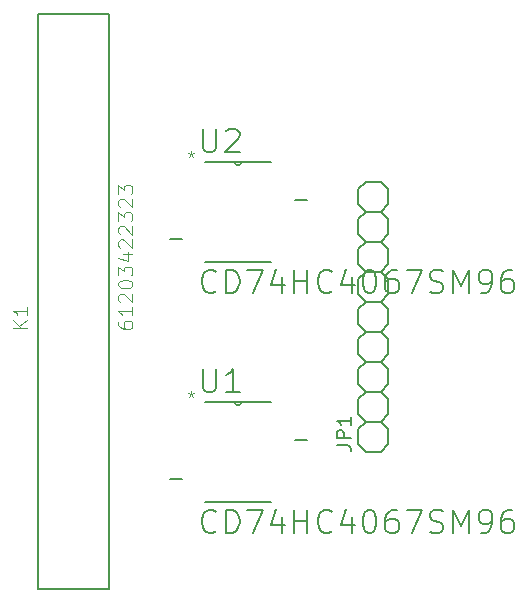
<source format=gbr>
G04 #@! TF.FileFunction,Legend,Top*
%FSLAX46Y46*%
G04 Gerber Fmt 4.6, Leading zero omitted, Abs format (unit mm)*
G04 Created by KiCad (PCBNEW 4.0.4-stable) date 02/13/17 08:57:21*
%MOMM*%
%LPD*%
G01*
G04 APERTURE LIST*
%ADD10C,0.100000*%
%ADD11C,0.152400*%
%ADD12C,0.127000*%
%ADD13C,0.101600*%
%ADD14C,0.208280*%
%ADD15C,0.076200*%
G04 APERTURE END LIST*
D10*
D11*
X157556100Y-102458600D02*
X157556100Y-101188600D01*
X157556100Y-101188600D02*
X158191100Y-100553600D01*
X158191100Y-100553600D02*
X159461100Y-100553600D01*
X159461100Y-100553600D02*
X160096100Y-101188600D01*
X158191100Y-100553600D02*
X157556100Y-99918600D01*
X157556100Y-99918600D02*
X157556100Y-98648600D01*
X157556100Y-98648600D02*
X158191100Y-98013600D01*
X158191100Y-98013600D02*
X159461100Y-98013600D01*
X159461100Y-98013600D02*
X160096100Y-98648600D01*
X160096100Y-98648600D02*
X160096100Y-99918600D01*
X160096100Y-99918600D02*
X159461100Y-100553600D01*
X158191100Y-105633600D02*
X157556100Y-104998600D01*
X157556100Y-104998600D02*
X157556100Y-103728600D01*
X157556100Y-103728600D02*
X158191100Y-103093600D01*
X158191100Y-103093600D02*
X159461100Y-103093600D01*
X159461100Y-103093600D02*
X160096100Y-103728600D01*
X160096100Y-103728600D02*
X160096100Y-104998600D01*
X160096100Y-104998600D02*
X159461100Y-105633600D01*
X157556100Y-102458600D02*
X158191100Y-103093600D01*
X159461100Y-103093600D02*
X160096100Y-102458600D01*
X160096100Y-101188600D02*
X160096100Y-102458600D01*
X157556100Y-110078600D02*
X157556100Y-108808600D01*
X157556100Y-108808600D02*
X158191100Y-108173600D01*
X158191100Y-108173600D02*
X159461100Y-108173600D01*
X159461100Y-108173600D02*
X160096100Y-108808600D01*
X158191100Y-108173600D02*
X157556100Y-107538600D01*
X157556100Y-107538600D02*
X157556100Y-106268600D01*
X157556100Y-106268600D02*
X158191100Y-105633600D01*
X158191100Y-105633600D02*
X159461100Y-105633600D01*
X159461100Y-105633600D02*
X160096100Y-106268600D01*
X160096100Y-106268600D02*
X160096100Y-107538600D01*
X160096100Y-107538600D02*
X159461100Y-108173600D01*
X158191100Y-113253600D02*
X157556100Y-112618600D01*
X157556100Y-112618600D02*
X157556100Y-111348600D01*
X157556100Y-111348600D02*
X158191100Y-110713600D01*
X158191100Y-110713600D02*
X159461100Y-110713600D01*
X159461100Y-110713600D02*
X160096100Y-111348600D01*
X160096100Y-111348600D02*
X160096100Y-112618600D01*
X160096100Y-112618600D02*
X159461100Y-113253600D01*
X157556100Y-110078600D02*
X158191100Y-110713600D01*
X159461100Y-110713600D02*
X160096100Y-110078600D01*
X160096100Y-108808600D02*
X160096100Y-110078600D01*
X157556100Y-117698600D02*
X157556100Y-116428600D01*
X157556100Y-116428600D02*
X158191100Y-115793600D01*
X158191100Y-115793600D02*
X159461100Y-115793600D01*
X159461100Y-115793600D02*
X160096100Y-116428600D01*
X158191100Y-115793600D02*
X157556100Y-115158600D01*
X157556100Y-115158600D02*
X157556100Y-113888600D01*
X157556100Y-113888600D02*
X158191100Y-113253600D01*
X158191100Y-113253600D02*
X159461100Y-113253600D01*
X159461100Y-113253600D02*
X160096100Y-113888600D01*
X160096100Y-113888600D02*
X160096100Y-115158600D01*
X160096100Y-115158600D02*
X159461100Y-115793600D01*
X158191100Y-118333600D02*
X159461100Y-118333600D01*
X157556100Y-117698600D02*
X158191100Y-118333600D01*
X159461100Y-118333600D02*
X160096100Y-117698600D01*
X160096100Y-116428600D02*
X160096100Y-117698600D01*
X157556100Y-97378600D02*
X157556100Y-96108600D01*
X157556100Y-96108600D02*
X158191100Y-95473600D01*
X158191100Y-95473600D02*
X159461100Y-95473600D01*
X159461100Y-95473600D02*
X160096100Y-96108600D01*
X157556100Y-97378600D02*
X158191100Y-98013600D01*
X159461100Y-98013600D02*
X160096100Y-97378600D01*
X160096100Y-96108600D02*
X160096100Y-97378600D01*
D12*
X130426100Y-129948600D02*
X130426100Y-81318600D01*
X130426100Y-81318600D02*
X136426100Y-81318600D01*
X136426100Y-81318600D02*
X136426100Y-129948600D01*
X136426100Y-129948600D02*
X130426100Y-129948600D01*
D11*
X152171300Y-117317600D02*
X153187300Y-117317600D01*
X141604900Y-120619600D02*
X142620900Y-120619600D01*
X144602100Y-122575400D02*
X150190100Y-122575400D01*
X150190100Y-114091800D02*
X147700900Y-114091800D01*
X147700900Y-114091800D02*
X147091300Y-114091800D01*
X147091300Y-114091800D02*
X144602100Y-114091800D01*
X147091300Y-114091800D02*
G75*
G03X147700900Y-114091800I304800J0D01*
G01*
X152171300Y-96997600D02*
X153187300Y-96997600D01*
X141604900Y-100299600D02*
X142620900Y-100299600D01*
X144602100Y-102255400D02*
X150190100Y-102255400D01*
X150190100Y-93771800D02*
X147700900Y-93771800D01*
X147700900Y-93771800D02*
X147091300Y-93771800D01*
X147091300Y-93771800D02*
X144602100Y-93771800D01*
X147091300Y-93771800D02*
G75*
G03X147700900Y-93771800I304800J0D01*
G01*
D12*
X155733348Y-117777824D02*
X156595133Y-117777824D01*
X156767490Y-117835276D01*
X156882395Y-117950181D01*
X156939848Y-118122538D01*
X156939848Y-118237443D01*
X156939848Y-117203300D02*
X155733348Y-117203300D01*
X155733348Y-116743681D01*
X155790800Y-116628776D01*
X155848252Y-116571324D01*
X155963157Y-116513872D01*
X156135514Y-116513872D01*
X156250419Y-116571324D01*
X156307871Y-116628776D01*
X156365324Y-116743681D01*
X156365324Y-117203300D01*
X156939848Y-115364824D02*
X156939848Y-116054252D01*
X156939848Y-115709538D02*
X155733348Y-115709538D01*
X155905705Y-115824443D01*
X156020610Y-115939348D01*
X156078062Y-116054252D01*
D13*
X129558648Y-107886338D02*
X128352148Y-107886338D01*
X129558648Y-107196910D02*
X128869219Y-107713981D01*
X128352148Y-107196910D02*
X129041576Y-107886338D01*
X129558648Y-106047862D02*
X129558648Y-106737290D01*
X129558648Y-106392576D02*
X128352148Y-106392576D01*
X128524505Y-106507481D01*
X128639410Y-106622386D01*
X128696862Y-106737290D01*
X137242148Y-107369267D02*
X137242148Y-107599076D01*
X137299600Y-107713981D01*
X137357052Y-107771433D01*
X137529410Y-107886338D01*
X137759219Y-107943790D01*
X138218838Y-107943790D01*
X138333743Y-107886338D01*
X138391195Y-107828886D01*
X138448648Y-107713981D01*
X138448648Y-107484171D01*
X138391195Y-107369267D01*
X138333743Y-107311814D01*
X138218838Y-107254362D01*
X137931576Y-107254362D01*
X137816671Y-107311814D01*
X137759219Y-107369267D01*
X137701767Y-107484171D01*
X137701767Y-107713981D01*
X137759219Y-107828886D01*
X137816671Y-107886338D01*
X137931576Y-107943790D01*
X138448648Y-106105314D02*
X138448648Y-106794742D01*
X138448648Y-106450028D02*
X137242148Y-106450028D01*
X137414505Y-106564933D01*
X137529410Y-106679838D01*
X137586862Y-106794742D01*
X137357052Y-105645694D02*
X137299600Y-105588242D01*
X137242148Y-105473337D01*
X137242148Y-105186075D01*
X137299600Y-105071171D01*
X137357052Y-105013718D01*
X137471957Y-104956266D01*
X137586862Y-104956266D01*
X137759219Y-105013718D01*
X138448648Y-105703147D01*
X138448648Y-104956266D01*
X137242148Y-104209385D02*
X137242148Y-104094480D01*
X137299600Y-103979575D01*
X137357052Y-103922123D01*
X137471957Y-103864670D01*
X137701767Y-103807218D01*
X137989029Y-103807218D01*
X138218838Y-103864670D01*
X138333743Y-103922123D01*
X138391195Y-103979575D01*
X138448648Y-104094480D01*
X138448648Y-104209385D01*
X138391195Y-104324289D01*
X138333743Y-104381742D01*
X138218838Y-104439194D01*
X137989029Y-104496646D01*
X137701767Y-104496646D01*
X137471957Y-104439194D01*
X137357052Y-104381742D01*
X137299600Y-104324289D01*
X137242148Y-104209385D01*
X137242148Y-103405051D02*
X137242148Y-102658170D01*
X137701767Y-103060337D01*
X137701767Y-102887979D01*
X137759219Y-102773075D01*
X137816671Y-102715622D01*
X137931576Y-102658170D01*
X138218838Y-102658170D01*
X138333743Y-102715622D01*
X138391195Y-102773075D01*
X138448648Y-102887979D01*
X138448648Y-103232694D01*
X138391195Y-103347598D01*
X138333743Y-103405051D01*
X137644314Y-101624027D02*
X138448648Y-101624027D01*
X137184695Y-101911289D02*
X138046481Y-102198550D01*
X138046481Y-101451670D01*
X137357052Y-101049502D02*
X137299600Y-100992050D01*
X137242148Y-100877145D01*
X137242148Y-100589883D01*
X137299600Y-100474979D01*
X137357052Y-100417526D01*
X137471957Y-100360074D01*
X137586862Y-100360074D01*
X137759219Y-100417526D01*
X138448648Y-101106955D01*
X138448648Y-100360074D01*
X137357052Y-99900454D02*
X137299600Y-99843002D01*
X137242148Y-99728097D01*
X137242148Y-99440835D01*
X137299600Y-99325931D01*
X137357052Y-99268478D01*
X137471957Y-99211026D01*
X137586862Y-99211026D01*
X137759219Y-99268478D01*
X138448648Y-99957907D01*
X138448648Y-99211026D01*
X137242148Y-98808859D02*
X137242148Y-98061978D01*
X137701767Y-98464145D01*
X137701767Y-98291787D01*
X137759219Y-98176883D01*
X137816671Y-98119430D01*
X137931576Y-98061978D01*
X138218838Y-98061978D01*
X138333743Y-98119430D01*
X138391195Y-98176883D01*
X138448648Y-98291787D01*
X138448648Y-98636502D01*
X138391195Y-98751406D01*
X138333743Y-98808859D01*
X137357052Y-97602358D02*
X137299600Y-97544906D01*
X137242148Y-97430001D01*
X137242148Y-97142739D01*
X137299600Y-97027835D01*
X137357052Y-96970382D01*
X137471957Y-96912930D01*
X137586862Y-96912930D01*
X137759219Y-96970382D01*
X138448648Y-97659811D01*
X138448648Y-96912930D01*
X137242148Y-96510763D02*
X137242148Y-95763882D01*
X137701767Y-96166049D01*
X137701767Y-95993691D01*
X137759219Y-95878787D01*
X137816671Y-95821334D01*
X137931576Y-95763882D01*
X138218838Y-95763882D01*
X138333743Y-95821334D01*
X138391195Y-95878787D01*
X138448648Y-95993691D01*
X138448648Y-96338406D01*
X138391195Y-96453310D01*
X138333743Y-96510763D01*
D14*
X144412810Y-111307718D02*
X144412810Y-112909490D01*
X144507031Y-113097934D01*
X144601253Y-113192156D01*
X144789697Y-113286378D01*
X145166585Y-113286378D01*
X145355029Y-113192156D01*
X145449250Y-113097934D01*
X145543472Y-112909490D01*
X145543472Y-111307718D01*
X147522132Y-113286378D02*
X146391470Y-113286378D01*
X146956801Y-113286378D02*
X146956801Y-111307718D01*
X146768357Y-111590384D01*
X146579913Y-111778828D01*
X146391470Y-111873050D01*
X145543472Y-125035934D02*
X145449250Y-125130156D01*
X145166585Y-125224378D01*
X144978141Y-125224378D01*
X144695475Y-125130156D01*
X144507031Y-124941712D01*
X144412810Y-124753269D01*
X144318588Y-124376381D01*
X144318588Y-124093715D01*
X144412810Y-123716828D01*
X144507031Y-123528384D01*
X144695475Y-123339940D01*
X144978141Y-123245718D01*
X145166585Y-123245718D01*
X145449250Y-123339940D01*
X145543472Y-123434162D01*
X146391470Y-125224378D02*
X146391470Y-123245718D01*
X146862579Y-123245718D01*
X147145245Y-123339940D01*
X147333689Y-123528384D01*
X147427910Y-123716828D01*
X147522132Y-124093715D01*
X147522132Y-124376381D01*
X147427910Y-124753269D01*
X147333689Y-124941712D01*
X147145245Y-125130156D01*
X146862579Y-125224378D01*
X146391470Y-125224378D01*
X148181686Y-123245718D02*
X149500792Y-123245718D01*
X148652795Y-125224378D01*
X151102565Y-123905271D02*
X151102565Y-125224378D01*
X150631455Y-123151496D02*
X150160346Y-124564825D01*
X151385230Y-124564825D01*
X152139006Y-125224378D02*
X152139006Y-123245718D01*
X152139006Y-124187937D02*
X153269668Y-124187937D01*
X153269668Y-125224378D02*
X153269668Y-123245718D01*
X155342550Y-125035934D02*
X155248328Y-125130156D01*
X154965663Y-125224378D01*
X154777219Y-125224378D01*
X154494553Y-125130156D01*
X154306109Y-124941712D01*
X154211888Y-124753269D01*
X154117666Y-124376381D01*
X154117666Y-124093715D01*
X154211888Y-123716828D01*
X154306109Y-123528384D01*
X154494553Y-123339940D01*
X154777219Y-123245718D01*
X154965663Y-123245718D01*
X155248328Y-123339940D01*
X155342550Y-123434162D01*
X157038545Y-123905271D02*
X157038545Y-125224378D01*
X156567435Y-123151496D02*
X156096326Y-124564825D01*
X157321210Y-124564825D01*
X158451873Y-123245718D02*
X158640317Y-123245718D01*
X158828761Y-123339940D01*
X158922983Y-123434162D01*
X159017205Y-123622606D01*
X159111426Y-123999493D01*
X159111426Y-124470603D01*
X159017205Y-124847490D01*
X158922983Y-125035934D01*
X158828761Y-125130156D01*
X158640317Y-125224378D01*
X158451873Y-125224378D01*
X158263429Y-125130156D01*
X158169207Y-125035934D01*
X158074986Y-124847490D01*
X157980764Y-124470603D01*
X157980764Y-123999493D01*
X158074986Y-123622606D01*
X158169207Y-123434162D01*
X158263429Y-123339940D01*
X158451873Y-123245718D01*
X160807421Y-123245718D02*
X160430533Y-123245718D01*
X160242089Y-123339940D01*
X160147867Y-123434162D01*
X159959424Y-123716828D01*
X159865202Y-124093715D01*
X159865202Y-124847490D01*
X159959424Y-125035934D01*
X160053645Y-125130156D01*
X160242089Y-125224378D01*
X160618977Y-125224378D01*
X160807421Y-125130156D01*
X160901643Y-125035934D01*
X160995864Y-124847490D01*
X160995864Y-124376381D01*
X160901643Y-124187937D01*
X160807421Y-124093715D01*
X160618977Y-123999493D01*
X160242089Y-123999493D01*
X160053645Y-124093715D01*
X159959424Y-124187937D01*
X159865202Y-124376381D01*
X161655418Y-123245718D02*
X162974524Y-123245718D01*
X162126527Y-125224378D01*
X163634078Y-125130156D02*
X163916743Y-125224378D01*
X164387853Y-125224378D01*
X164576297Y-125130156D01*
X164670519Y-125035934D01*
X164764740Y-124847490D01*
X164764740Y-124659047D01*
X164670519Y-124470603D01*
X164576297Y-124376381D01*
X164387853Y-124282159D01*
X164010965Y-124187937D01*
X163822521Y-124093715D01*
X163728300Y-123999493D01*
X163634078Y-123811050D01*
X163634078Y-123622606D01*
X163728300Y-123434162D01*
X163822521Y-123339940D01*
X164010965Y-123245718D01*
X164482075Y-123245718D01*
X164764740Y-123339940D01*
X165612738Y-125224378D02*
X165612738Y-123245718D01*
X166272291Y-124659047D01*
X166931844Y-123245718D01*
X166931844Y-125224378D01*
X167968285Y-125224378D02*
X168345173Y-125224378D01*
X168533617Y-125130156D01*
X168627839Y-125035934D01*
X168816283Y-124753269D01*
X168910504Y-124376381D01*
X168910504Y-123622606D01*
X168816283Y-123434162D01*
X168722061Y-123339940D01*
X168533617Y-123245718D01*
X168156729Y-123245718D01*
X167968285Y-123339940D01*
X167874064Y-123434162D01*
X167779842Y-123622606D01*
X167779842Y-124093715D01*
X167874064Y-124282159D01*
X167968285Y-124376381D01*
X168156729Y-124470603D01*
X168533617Y-124470603D01*
X168722061Y-124376381D01*
X168816283Y-124282159D01*
X168910504Y-124093715D01*
X170606499Y-123245718D02*
X170229611Y-123245718D01*
X170041167Y-123339940D01*
X169946945Y-123434162D01*
X169758502Y-123716828D01*
X169664280Y-124093715D01*
X169664280Y-124847490D01*
X169758502Y-125035934D01*
X169852723Y-125130156D01*
X170041167Y-125224378D01*
X170418055Y-125224378D01*
X170606499Y-125130156D01*
X170700721Y-125035934D01*
X170794942Y-124847490D01*
X170794942Y-124376381D01*
X170700721Y-124187937D01*
X170606499Y-124093715D01*
X170418055Y-123999493D01*
X170041167Y-123999493D01*
X169852723Y-124093715D01*
X169758502Y-124187937D01*
X169664280Y-124376381D01*
D15*
X143410719Y-113183448D02*
X143410719Y-113470710D01*
X143123457Y-113355805D02*
X143410719Y-113470710D01*
X143697981Y-113355805D01*
X143238362Y-113700519D02*
X143410719Y-113470710D01*
X143583076Y-113700519D01*
D14*
X144412810Y-90987718D02*
X144412810Y-92589490D01*
X144507031Y-92777934D01*
X144601253Y-92872156D01*
X144789697Y-92966378D01*
X145166585Y-92966378D01*
X145355029Y-92872156D01*
X145449250Y-92777934D01*
X145543472Y-92589490D01*
X145543472Y-90987718D01*
X146391470Y-91176162D02*
X146485692Y-91081940D01*
X146674135Y-90987718D01*
X147145245Y-90987718D01*
X147333689Y-91081940D01*
X147427911Y-91176162D01*
X147522132Y-91364606D01*
X147522132Y-91553050D01*
X147427911Y-91835715D01*
X146297248Y-92966378D01*
X147522132Y-92966378D01*
X145543472Y-104715934D02*
X145449250Y-104810156D01*
X145166585Y-104904378D01*
X144978141Y-104904378D01*
X144695475Y-104810156D01*
X144507031Y-104621712D01*
X144412810Y-104433269D01*
X144318588Y-104056381D01*
X144318588Y-103773715D01*
X144412810Y-103396828D01*
X144507031Y-103208384D01*
X144695475Y-103019940D01*
X144978141Y-102925718D01*
X145166585Y-102925718D01*
X145449250Y-103019940D01*
X145543472Y-103114162D01*
X146391470Y-104904378D02*
X146391470Y-102925718D01*
X146862579Y-102925718D01*
X147145245Y-103019940D01*
X147333689Y-103208384D01*
X147427910Y-103396828D01*
X147522132Y-103773715D01*
X147522132Y-104056381D01*
X147427910Y-104433269D01*
X147333689Y-104621712D01*
X147145245Y-104810156D01*
X146862579Y-104904378D01*
X146391470Y-104904378D01*
X148181686Y-102925718D02*
X149500792Y-102925718D01*
X148652795Y-104904378D01*
X151102565Y-103585271D02*
X151102565Y-104904378D01*
X150631455Y-102831496D02*
X150160346Y-104244825D01*
X151385230Y-104244825D01*
X152139006Y-104904378D02*
X152139006Y-102925718D01*
X152139006Y-103867937D02*
X153269668Y-103867937D01*
X153269668Y-104904378D02*
X153269668Y-102925718D01*
X155342550Y-104715934D02*
X155248328Y-104810156D01*
X154965663Y-104904378D01*
X154777219Y-104904378D01*
X154494553Y-104810156D01*
X154306109Y-104621712D01*
X154211888Y-104433269D01*
X154117666Y-104056381D01*
X154117666Y-103773715D01*
X154211888Y-103396828D01*
X154306109Y-103208384D01*
X154494553Y-103019940D01*
X154777219Y-102925718D01*
X154965663Y-102925718D01*
X155248328Y-103019940D01*
X155342550Y-103114162D01*
X157038545Y-103585271D02*
X157038545Y-104904378D01*
X156567435Y-102831496D02*
X156096326Y-104244825D01*
X157321210Y-104244825D01*
X158451873Y-102925718D02*
X158640317Y-102925718D01*
X158828761Y-103019940D01*
X158922983Y-103114162D01*
X159017205Y-103302606D01*
X159111426Y-103679493D01*
X159111426Y-104150603D01*
X159017205Y-104527490D01*
X158922983Y-104715934D01*
X158828761Y-104810156D01*
X158640317Y-104904378D01*
X158451873Y-104904378D01*
X158263429Y-104810156D01*
X158169207Y-104715934D01*
X158074986Y-104527490D01*
X157980764Y-104150603D01*
X157980764Y-103679493D01*
X158074986Y-103302606D01*
X158169207Y-103114162D01*
X158263429Y-103019940D01*
X158451873Y-102925718D01*
X160807421Y-102925718D02*
X160430533Y-102925718D01*
X160242089Y-103019940D01*
X160147867Y-103114162D01*
X159959424Y-103396828D01*
X159865202Y-103773715D01*
X159865202Y-104527490D01*
X159959424Y-104715934D01*
X160053645Y-104810156D01*
X160242089Y-104904378D01*
X160618977Y-104904378D01*
X160807421Y-104810156D01*
X160901643Y-104715934D01*
X160995864Y-104527490D01*
X160995864Y-104056381D01*
X160901643Y-103867937D01*
X160807421Y-103773715D01*
X160618977Y-103679493D01*
X160242089Y-103679493D01*
X160053645Y-103773715D01*
X159959424Y-103867937D01*
X159865202Y-104056381D01*
X161655418Y-102925718D02*
X162974524Y-102925718D01*
X162126527Y-104904378D01*
X163634078Y-104810156D02*
X163916743Y-104904378D01*
X164387853Y-104904378D01*
X164576297Y-104810156D01*
X164670519Y-104715934D01*
X164764740Y-104527490D01*
X164764740Y-104339047D01*
X164670519Y-104150603D01*
X164576297Y-104056381D01*
X164387853Y-103962159D01*
X164010965Y-103867937D01*
X163822521Y-103773715D01*
X163728300Y-103679493D01*
X163634078Y-103491050D01*
X163634078Y-103302606D01*
X163728300Y-103114162D01*
X163822521Y-103019940D01*
X164010965Y-102925718D01*
X164482075Y-102925718D01*
X164764740Y-103019940D01*
X165612738Y-104904378D02*
X165612738Y-102925718D01*
X166272291Y-104339047D01*
X166931844Y-102925718D01*
X166931844Y-104904378D01*
X167968285Y-104904378D02*
X168345173Y-104904378D01*
X168533617Y-104810156D01*
X168627839Y-104715934D01*
X168816283Y-104433269D01*
X168910504Y-104056381D01*
X168910504Y-103302606D01*
X168816283Y-103114162D01*
X168722061Y-103019940D01*
X168533617Y-102925718D01*
X168156729Y-102925718D01*
X167968285Y-103019940D01*
X167874064Y-103114162D01*
X167779842Y-103302606D01*
X167779842Y-103773715D01*
X167874064Y-103962159D01*
X167968285Y-104056381D01*
X168156729Y-104150603D01*
X168533617Y-104150603D01*
X168722061Y-104056381D01*
X168816283Y-103962159D01*
X168910504Y-103773715D01*
X170606499Y-102925718D02*
X170229611Y-102925718D01*
X170041167Y-103019940D01*
X169946945Y-103114162D01*
X169758502Y-103396828D01*
X169664280Y-103773715D01*
X169664280Y-104527490D01*
X169758502Y-104715934D01*
X169852723Y-104810156D01*
X170041167Y-104904378D01*
X170418055Y-104904378D01*
X170606499Y-104810156D01*
X170700721Y-104715934D01*
X170794942Y-104527490D01*
X170794942Y-104056381D01*
X170700721Y-103867937D01*
X170606499Y-103773715D01*
X170418055Y-103679493D01*
X170041167Y-103679493D01*
X169852723Y-103773715D01*
X169758502Y-103867937D01*
X169664280Y-104056381D01*
D15*
X143410719Y-92863448D02*
X143410719Y-93150710D01*
X143123457Y-93035805D02*
X143410719Y-93150710D01*
X143697981Y-93035805D01*
X143238362Y-93380519D02*
X143410719Y-93150710D01*
X143583076Y-93380519D01*
M02*

</source>
